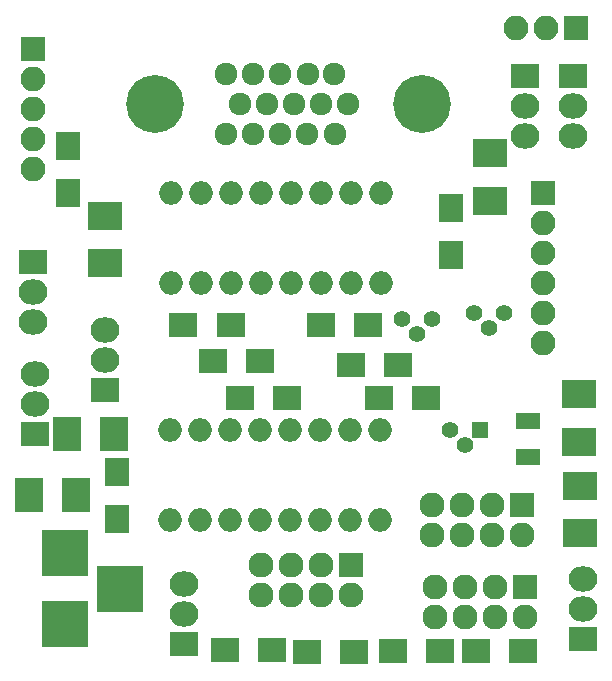
<source format=gts>
G04 #@! TF.GenerationSoftware,KiCad,Pcbnew,(2017-09-22 revision df472e6)-master*
G04 #@! TF.CreationDate,2018-05-20T18:50:23-07:00*
G04 #@! TF.ProjectId,ody_adap,6F64795F616461702E6B696361645F70,rev?*
G04 #@! TF.SameCoordinates,Original*
G04 #@! TF.FileFunction,Soldermask,Top*
G04 #@! TF.FilePolarity,Negative*
%FSLAX46Y46*%
G04 Gerber Fmt 4.6, Leading zero omitted, Abs format (unit mm)*
G04 Created by KiCad (PCBNEW (2017-09-22 revision df472e6)-master) date Sun May 20 18:50:23 2018*
%MOMM*%
%LPD*%
G01*
G04 APERTURE LIST*
%ADD10C,4.900000*%
%ADD11C,1.924000*%
%ADD12R,2.400000X2.100000*%
%ADD13R,2.400000X2.900000*%
%ADD14R,2.000000X2.400000*%
%ADD15R,2.900000X2.400000*%
%ADD16R,2.000000X1.400000*%
%ADD17R,3.900120X3.900120*%
%ADD18O,2.432000X2.127200*%
%ADD19R,2.432000X2.127200*%
%ADD20O,2.127200X2.127200*%
%ADD21R,2.127200X2.127200*%
%ADD22C,1.400760*%
%ADD23R,2.100000X2.400000*%
%ADD24O,2.000000X2.000000*%
%ADD25C,1.400000*%
%ADD26R,1.400000X1.400000*%
%ADD27R,2.100000X2.100000*%
%ADD28O,2.100000X2.100000*%
G04 APERTURE END LIST*
D10*
X118787000Y-75795000D03*
X141422000Y-75795000D03*
D11*
X124812000Y-73255000D03*
X127102000Y-73255000D03*
X129392000Y-73255000D03*
X131772000Y-73255000D03*
X133972000Y-73255000D03*
X125957000Y-75795000D03*
X128247000Y-75795000D03*
X130537000Y-75795000D03*
X132827000Y-75795000D03*
X135117000Y-75795000D03*
X124812000Y-78335000D03*
X127102000Y-78335000D03*
X129392000Y-78335000D03*
X131682000Y-78335000D03*
X134002000Y-78325000D03*
D12*
X145950000Y-122100000D03*
X149950000Y-122100000D03*
D13*
X112100000Y-108850000D03*
X108100000Y-108850000D03*
X111300000Y-103750000D03*
X115300000Y-103750000D03*
D14*
X111400000Y-79300000D03*
X111400000Y-83300000D03*
D15*
X154800000Y-108100000D03*
X154800000Y-112100000D03*
X147150000Y-83950000D03*
X147150000Y-79950000D03*
D14*
X115550000Y-106950000D03*
X115550000Y-110950000D03*
D15*
X114550000Y-85250000D03*
X114550000Y-89250000D03*
X154700000Y-100350000D03*
X154700000Y-104350000D03*
D16*
X150350000Y-102650000D03*
X150350000Y-105650000D03*
D17*
X111150000Y-113799860D03*
X111150000Y-119799340D03*
X115849000Y-116799600D03*
D18*
X150114000Y-78486000D03*
X150114000Y-75946000D03*
D19*
X150114000Y-73406000D03*
X154178000Y-73406000D03*
D18*
X154178000Y-75946000D03*
X154178000Y-78486000D03*
D19*
X121250000Y-121500000D03*
D18*
X121250000Y-118960000D03*
X121250000Y-116420000D03*
X155050000Y-115970000D03*
X155050000Y-118510000D03*
D19*
X155050000Y-121050000D03*
D20*
X142530000Y-119190000D03*
X142530000Y-116650000D03*
X145070000Y-119190000D03*
X145070000Y-116650000D03*
X147610000Y-119190000D03*
X147610000Y-116650000D03*
X150150000Y-119190000D03*
D21*
X150150000Y-116650000D03*
X135382000Y-114808000D03*
D20*
X135382000Y-117348000D03*
X132842000Y-114808000D03*
X132842000Y-117348000D03*
X130302000Y-114808000D03*
X130302000Y-117348000D03*
X127762000Y-114808000D03*
X127762000Y-117348000D03*
D21*
X149860000Y-109728000D03*
D20*
X149860000Y-112268000D03*
X147320000Y-109728000D03*
X147320000Y-112268000D03*
X144780000Y-109728000D03*
X144780000Y-112268000D03*
X142240000Y-109728000D03*
X142240000Y-112268000D03*
D19*
X108450000Y-89150000D03*
D18*
X108450000Y-91690000D03*
X108450000Y-94230000D03*
D19*
X114550000Y-99950000D03*
D18*
X114550000Y-97410000D03*
X114550000Y-94870000D03*
X108600000Y-98670000D03*
X108600000Y-101210000D03*
D19*
X108600000Y-103750000D03*
D22*
X148336000Y-93472000D03*
X145796000Y-93472000D03*
X147066000Y-94742000D03*
X140970000Y-95250000D03*
X139700000Y-93980000D03*
X142240000Y-93980000D03*
D23*
X143850000Y-88550000D03*
X143850000Y-84550000D03*
D12*
X124700000Y-122000000D03*
X128700000Y-122000000D03*
X131650000Y-122200000D03*
X135650000Y-122200000D03*
X138950000Y-122100000D03*
X142950000Y-122100000D03*
X137750000Y-100700000D03*
X141750000Y-100700000D03*
X139350000Y-97900000D03*
X135350000Y-97900000D03*
X132850000Y-94500000D03*
X136850000Y-94500000D03*
X125950000Y-100650000D03*
X129950000Y-100650000D03*
X127700000Y-97500000D03*
X123700000Y-97500000D03*
X121200000Y-94500000D03*
X125200000Y-94500000D03*
D24*
X137900000Y-83300000D03*
X135360000Y-83300000D03*
X132820000Y-83300000D03*
X130280000Y-83300000D03*
X127740000Y-83300000D03*
X125200000Y-83300000D03*
X122660000Y-83300000D03*
X120120000Y-83300000D03*
X120120000Y-90920000D03*
X122660000Y-90920000D03*
X125200000Y-90920000D03*
X127740000Y-90920000D03*
X130280000Y-90920000D03*
X132820000Y-90920000D03*
X135360000Y-90920000D03*
X137900000Y-90920000D03*
X137800000Y-111020000D03*
X135260000Y-111020000D03*
X132720000Y-111020000D03*
X130180000Y-111020000D03*
X127640000Y-111020000D03*
X125100000Y-111020000D03*
X122560000Y-111020000D03*
X120020000Y-111020000D03*
X120020000Y-103400000D03*
X122560000Y-103400000D03*
X125100000Y-103400000D03*
X127640000Y-103400000D03*
X130180000Y-103400000D03*
X132720000Y-103400000D03*
X135260000Y-103400000D03*
X137800000Y-103400000D03*
D25*
X145034000Y-104648000D03*
X143764000Y-103378000D03*
D26*
X146304000Y-103378000D03*
D27*
X151638000Y-83312000D03*
D28*
X151638000Y-85852000D03*
X151638000Y-88392000D03*
X151638000Y-90932000D03*
X151638000Y-93472000D03*
X151638000Y-96012000D03*
D27*
X154432000Y-69342000D03*
D28*
X151892000Y-69342000D03*
X149352000Y-69342000D03*
D27*
X108458000Y-71120000D03*
D28*
X108458000Y-73660000D03*
X108458000Y-76200000D03*
X108458000Y-78740000D03*
X108458000Y-81280000D03*
M02*

</source>
